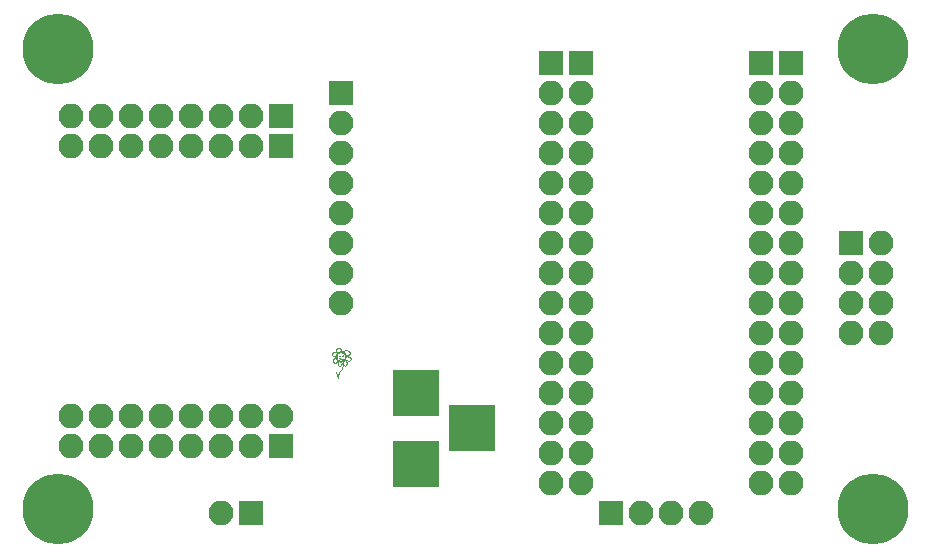
<source format=gbs>
G04 #@! TF.FileFunction,Soldermask,Bot*
%FSLAX46Y46*%
G04 Gerber Fmt 4.6, Leading zero omitted, Abs format (unit mm)*
G04 Created by KiCad (PCBNEW 4.0.7-e2-6376~58~ubuntu16.04.1) date Sat Dec 23 21:02:57 2017*
%MOMM*%
%LPD*%
G01*
G04 APERTURE LIST*
%ADD10C,0.100000*%
%ADD11C,0.101600*%
%ADD12C,0.076200*%
%ADD13C,0.150000*%
%ADD14C,0.127000*%
%ADD15R,2.100000X2.100000*%
%ADD16O,2.100000X2.100000*%
%ADD17R,3.900000X3.900000*%
%ADD18C,6.000000*%
G04 APERTURE END LIST*
D10*
D11*
X126740000Y-135896000D02*
X126580000Y-135376000D01*
X126700000Y-135676000D02*
X126740000Y-135896000D01*
X126820000Y-135396000D02*
X126700000Y-135676000D01*
X127040000Y-135096000D02*
X126820000Y-135396000D01*
X127130000Y-134666000D02*
X127040000Y-135096000D01*
X126760000Y-134676000D02*
X126760000Y-134506000D01*
X126740000Y-134776000D02*
X126760000Y-134676000D01*
X126790000Y-134866000D02*
X126740000Y-134776000D01*
X126910000Y-134896000D02*
X126790000Y-134866000D01*
X127030000Y-134766000D02*
X126910000Y-134896000D01*
X127100000Y-134576000D02*
X127030000Y-134766000D01*
X126580000Y-134576000D02*
X126670000Y-134446000D01*
X126450000Y-134606000D02*
X126580000Y-134576000D01*
X126340000Y-134566000D02*
X126450000Y-134606000D01*
X126300000Y-134466000D02*
X126340000Y-134566000D01*
X126300000Y-134326000D02*
X126300000Y-134466000D01*
X126400000Y-134186000D02*
X126300000Y-134326000D01*
X126580000Y-134076000D02*
X126400000Y-134186000D01*
X126480000Y-134046000D02*
X126580000Y-134046000D01*
X126330000Y-134036000D02*
X126480000Y-134046000D01*
X126230000Y-133966000D02*
X126330000Y-134036000D01*
X126250000Y-133816000D02*
X126230000Y-133966000D01*
X126360000Y-133716000D02*
X126250000Y-133816000D01*
X126730000Y-133726000D02*
X126360000Y-133716000D01*
X126610000Y-133596000D02*
X126700000Y-133736000D01*
X126590000Y-133486000D02*
X126610000Y-133596000D01*
X126640000Y-133376000D02*
X126590000Y-133486000D01*
X126810000Y-133346000D02*
X126640000Y-133376000D01*
X126970000Y-133406000D02*
X126810000Y-133346000D01*
X127060000Y-133676000D02*
X126970000Y-133406000D01*
X127160000Y-134586000D02*
X127170000Y-134556000D01*
X127130000Y-134566000D02*
X127160000Y-134586000D01*
X127150000Y-134586000D02*
X127130000Y-134566000D01*
X127170000Y-134696000D02*
X127150000Y-134586000D01*
X127230000Y-134806000D02*
X127170000Y-134696000D01*
X127350000Y-134846000D02*
X127230000Y-134806000D01*
X127460000Y-134806000D02*
X127350000Y-134846000D01*
X127470000Y-134616000D02*
X127460000Y-134806000D01*
X127390000Y-134416000D02*
X127470000Y-134616000D01*
X127660000Y-134456000D02*
X127410000Y-134396000D01*
X127780000Y-134376000D02*
X127660000Y-134456000D01*
X127820000Y-134246000D02*
X127780000Y-134376000D01*
X127730000Y-134096000D02*
X127820000Y-134246000D01*
X127460000Y-134046000D02*
X127730000Y-134096000D01*
X127680000Y-133926000D02*
X127470000Y-133976000D01*
X127790000Y-133756000D02*
X127680000Y-133926000D01*
X127680000Y-133566000D02*
X127790000Y-133756000D01*
X127400000Y-133496000D02*
X127680000Y-133566000D01*
X127130000Y-133636000D02*
X127400000Y-133496000D01*
D12*
X126960000Y-134306000D02*
X126840000Y-134216000D01*
X127090000Y-134316000D02*
X126960000Y-134306000D01*
X127210000Y-134246000D02*
X127090000Y-134316000D01*
D13*
X127191623Y-134026000D02*
G75*
G03X127191623Y-134026000I-31623J0D01*
G01*
D14*
X127430000Y-134106000D02*
G75*
G03X127430000Y-134106000I-410000J0D01*
G01*
D13*
X126911623Y-134026000D02*
G75*
G03X126911623Y-134026000I-31623J0D01*
G01*
D15*
X121920000Y-113665000D03*
D16*
X119380000Y-113665000D03*
X116840000Y-113665000D03*
X114300000Y-113665000D03*
X111760000Y-113665000D03*
X109220000Y-113665000D03*
X106680000Y-113665000D03*
X104140000Y-113665000D03*
D15*
X149860000Y-147320000D03*
D16*
X152400000Y-147320000D03*
X154940000Y-147320000D03*
X157480000Y-147320000D03*
D15*
X144780000Y-109220000D03*
D16*
X144780000Y-111760000D03*
X144780000Y-114300000D03*
X144780000Y-116840000D03*
X144780000Y-119380000D03*
X144780000Y-121920000D03*
X144780000Y-124460000D03*
X144780000Y-127000000D03*
X144780000Y-129540000D03*
X144780000Y-132080000D03*
X144780000Y-134620000D03*
X144780000Y-137160000D03*
X144780000Y-139700000D03*
X144780000Y-142240000D03*
X144780000Y-144780000D03*
D15*
X165100000Y-109220000D03*
D16*
X165100000Y-111760000D03*
X165100000Y-114300000D03*
X165100000Y-116840000D03*
X165100000Y-119380000D03*
X165100000Y-121920000D03*
X165100000Y-124460000D03*
X165100000Y-127000000D03*
X165100000Y-129540000D03*
X165100000Y-132080000D03*
X165100000Y-134620000D03*
X165100000Y-137160000D03*
X165100000Y-139700000D03*
X165100000Y-142240000D03*
X165100000Y-144780000D03*
D17*
X133350000Y-137160000D03*
X133350000Y-143160000D03*
X138050000Y-140160000D03*
D15*
X119380000Y-147320000D03*
D16*
X116840000Y-147320000D03*
D15*
X147320000Y-109220000D03*
D16*
X147320000Y-111760000D03*
X147320000Y-114300000D03*
X147320000Y-116840000D03*
X147320000Y-119380000D03*
X147320000Y-121920000D03*
X147320000Y-124460000D03*
X147320000Y-127000000D03*
X147320000Y-129540000D03*
X147320000Y-132080000D03*
X147320000Y-134620000D03*
X147320000Y-137160000D03*
X147320000Y-139700000D03*
X147320000Y-142240000D03*
X147320000Y-144780000D03*
D15*
X162560000Y-109220000D03*
D16*
X162560000Y-111760000D03*
X162560000Y-114300000D03*
X162560000Y-116840000D03*
X162560000Y-119380000D03*
X162560000Y-121920000D03*
X162560000Y-124460000D03*
X162560000Y-127000000D03*
X162560000Y-129540000D03*
X162560000Y-132080000D03*
X162560000Y-134620000D03*
X162560000Y-137160000D03*
X162560000Y-139700000D03*
X162560000Y-142240000D03*
X162560000Y-144780000D03*
D15*
X121920000Y-141605000D03*
D16*
X119380000Y-141605000D03*
X116840000Y-141605000D03*
X114300000Y-141605000D03*
X111760000Y-141605000D03*
X109220000Y-141605000D03*
X106680000Y-141605000D03*
X104140000Y-141605000D03*
D15*
X127000000Y-111760000D03*
D16*
X127000000Y-114300000D03*
X127000000Y-116840000D03*
X127000000Y-119380000D03*
X127000000Y-121920000D03*
X127000000Y-124460000D03*
X127000000Y-127000000D03*
X127000000Y-129540000D03*
D15*
X121920000Y-116205000D03*
D16*
X121920000Y-139065000D03*
X119380000Y-139065000D03*
X119380000Y-116205000D03*
X116840000Y-139065000D03*
X116840000Y-116205000D03*
X114300000Y-139065000D03*
X114300000Y-116205000D03*
X111760000Y-139065000D03*
X111760000Y-116205000D03*
X109220000Y-139065000D03*
X109220000Y-116205000D03*
X106680000Y-139065000D03*
X106680000Y-116205000D03*
X104140000Y-139065000D03*
X104140000Y-116205000D03*
D15*
X170180000Y-124460000D03*
D16*
X172720000Y-124460000D03*
X170180000Y-127000000D03*
X172720000Y-127000000D03*
X170180000Y-129540000D03*
X172720000Y-129540000D03*
X170180000Y-132080000D03*
X172720000Y-132080000D03*
D18*
X172000000Y-147000000D03*
X103000000Y-147000000D03*
X172000000Y-108000000D03*
X103000000Y-108000000D03*
M02*

</source>
